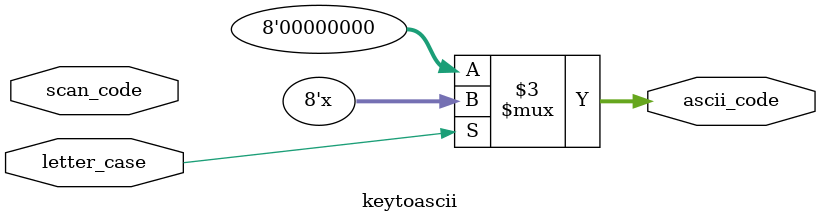
<source format=v>
module keytoascii
    (
        input wire letter_case,
        input wire [7:0] scan_code,
        output reg [7:0] ascii_code
    );
    
	always@(*)
	begin
		if(letter_case == 1'b0)  // if a lowercase key was pressed 
		begin
			case(ascii_code)
				8'h16: ascii_code <= 8'h31;   // 1
				8'h1e: ascii_code <= 8'h32;   // 2
				8'h26: ascii_code <= 8'h33;   // 3
				8'h25: ascii_code <= 8'h34;   // 4
				8'h2e: ascii_code <= 8'h35;   // 5
				8'h36: ascii_code <= 8'h36;   // 6
				8'h3d: ascii_code <= 8'h37;   // 7
				8'h3e: ascii_code <= 8'h38;   // 8
				8'h46: ascii_code <= 8'h39;   // 9
				8'h44: ascii_code <= 8'h6F;   // o
				8'h22: ascii_code <= 8'h78;   // x
				default: ascii_code <= 8'h00; // NUL
		  endcase
		end
	end
	 
endmodule
</source>
